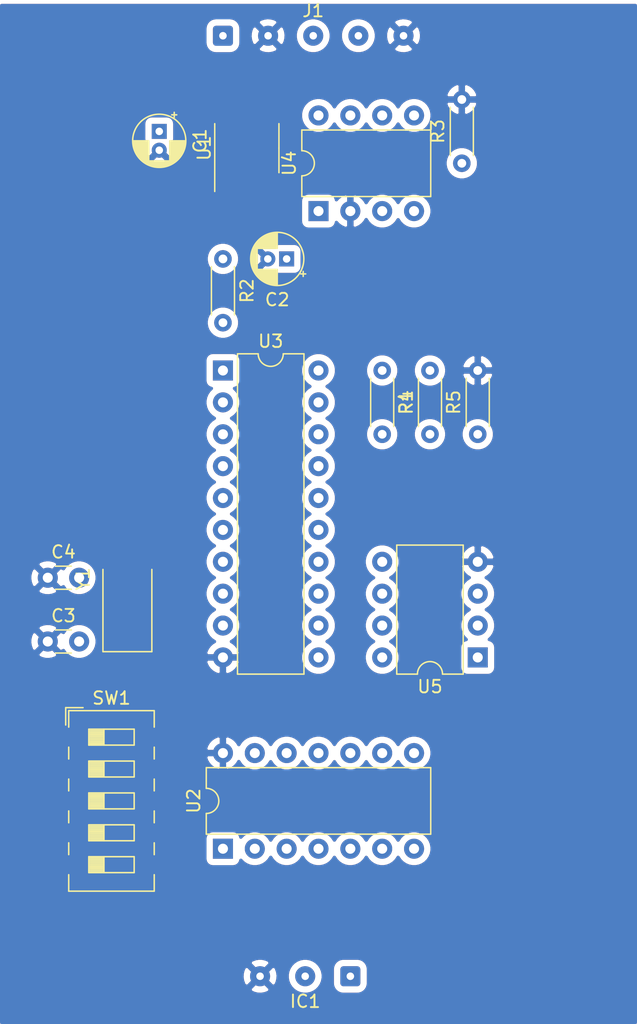
<source format=kicad_pcb>
(kicad_pcb (version 20171130) (host pcbnew "(5.1.8)-1")
  (layers (0 F.Cu signal) (31 B.Cu signal) (34 B.Paste user) (35 F.Paste user) (36 B.SilkS user) (37 F.SilkS user) (38 B.Mask user) (39 F.Mask user) (44 Edge.Cuts user))
  (net 0 "")
  (net 1 GND)
  (net 2 +12V)
  (net 3 +5V)
  (net 4 "Net-(C3-Pad2)")
  (net 5 "Net-(C4-Pad2)")
  (net 6 /Sensor_In)
  (net 7 "Net-(R1-Pad2)")
  (net 8 "Net-(R2-Pad2)")
  (net 9 "Net-(R3-Pad1)")
  (net 10 "Net-(SW1-Pad10)")
  (net 11 "Net-(SW1-Pad9)")
  (net 12 "Net-(SW1-Pad8)")
  (net 13 "Net-(SW1-Pad7)")
  (net 14 "Net-(SW1-Pad6)")
  (net 15 "Net-(U1-Pad5)")
  (net 16 "Net-(U1-Pad4)")
  (net 17 /SCK)
  (net 18 /MISO)
  (net 19 /MOSI)
  (net 20 /Interrupt)
  (net 21 /SS)
  (net 22 "Net-(U3-Pad11)")
  (net 23 "Net-(U3-Pad6)")
  (net 24 "Net-(U3-Pad5)")
  (net 25 "Net-(U3-Pad4)")
  (net 26 "Net-(U3-Pad3)")
  (net 27 "Net-(U3-Pad2)")
  (net 28 "Net-(U3-Pad1)")
  (net 29 /CANH)
  (net 30 /CANL)
  (net 31 "Net-(U4-Pad5)")
  (net 32 "Net-(U3-Pad15)")
  (net 33 "Net-(U3-Pad12)")
  (net 34 "Net-(U3-Pad7)")
  (net 35 "Net-(IC1-Pad2)")
  (net 36 "Net-(R4-Pad2)")
  (module Connector_Wire:SolderWire-0.1sqmm_1x03_P3.6mm_D0.4mm_OD1mm (layer F.Cu) (at 153.67 156.21 180)
    (fp_text reference IC1 (at 3.6 -2) (layer F.SilkS))
    (fp_text value CSLA2CD)
    (pad 3 thru_hole circle (at 7.2 0 180) (size 1.6 1.6) (drill 0.6) (layers *.Cu *.Mask) (net 1 GND))
    (pad 2 thru_hole circle (at 3.6 0 180) (size 1.6 1.6) (drill 0.6) (layers *.Cu *.Mask) (net 35 "Net-(IC1-Pad2)"))
    (pad 1 thru_hole roundrect (at 0 0 180) (size 1.6 1.6) (drill 0.6) (layers *.Cu *.Mask) (roundrect_rratio 0.15625) (net 2 +12V))
  )
  (module Package_DIP:DIP-8_W7.62mm (layer F.Cu) (at 163.83 130.81 180)
    (fp_text reference U5 (at 3.81 -2.33) (layer F.SilkS))
    (fp_text value LMC6482)
    (fp_arc (start 3.81 -1.33) (end 2.81 -1.33) (angle -180) (layer F.SilkS) (width 0.12))
    (fp_line (start 2.81 -1.33) (end 1.16 -1.33) (layer F.SilkS) (width 0.12))
    (fp_line (start 1.16 -1.33) (end 1.16 8.95) (layer F.SilkS) (width 0.12))
    (fp_line (start 1.16 8.95) (end 6.46 8.95) (layer F.SilkS) (width 0.12))
    (fp_line (start 6.46 8.95) (end 6.46 -1.33) (layer F.SilkS) (width 0.12))
    (fp_line (start 6.46 -1.33) (end 4.81 -1.33) (layer F.SilkS) (width 0.12))
    (pad 8 thru_hole oval (at 7.62 0 180) (size 1.6 1.6) (drill 0.8) (layers *.Cu *.Mask) (net 3 +5V))
    (pad 4 thru_hole oval (at 0 7.62 180) (size 1.6 1.6) (drill 0.8) (layers *.Cu *.Mask) (net 1 GND))
    (pad 7 thru_hole oval (at 7.62 2.54 180) (size 1.6 1.6) (drill 0.8) (layers *.Cu *.Mask))
    (pad 3 thru_hole oval (at 0 5.08 180) (size 1.6 1.6) (drill 0.8) (layers *.Cu *.Mask) (net 36 "Net-(R4-Pad2)"))
    (pad 6 thru_hole oval (at 7.62 5.08 180) (size 1.6 1.6) (drill 0.8) (layers *.Cu *.Mask))
    (pad 2 thru_hole oval (at 0 2.54 180) (size 1.6 1.6) (drill 0.8) (layers *.Cu *.Mask) (net 6 /Sensor_In))
    (pad 5 thru_hole oval (at 7.62 7.62 180) (size 1.6 1.6) (drill 0.8) (layers *.Cu *.Mask))
    (pad 1 thru_hole rect (at 0 0 180) (size 1.6 1.6) (drill 0.8) (layers *.Cu *.Mask) (net 6 /Sensor_In))
  )
  (module Resistor_THT:R_Axial_DIN0204_L3.6mm_D1.6mm_P5.08mm_Horizontal (layer F.Cu) (at 163.83 113.03 90)
    (fp_text reference R5 (at 2.54 -1.92 90) (layer F.SilkS))
    (fp_text value 10k)
    (fp_line (start 0.62 -0.92) (end 4.46 -0.92) (layer F.SilkS) (width 0.12))
    (fp_line (start 0.62 0.92) (end 4.46 0.92) (layer F.SilkS) (width 0.12))
    (pad 2 thru_hole oval (at 5.08 0 90) (size 1.4 1.4) (drill 0.7) (layers *.Cu *.Mask) (net 1 GND))
    (pad 1 thru_hole circle (at 0 0 90) (size 1.4 1.4) (drill 0.7) (layers *.Cu *.Mask) (net 36 "Net-(R4-Pad2)"))
  )
  (module Resistor_THT:R_Axial_DIN0204_L3.6mm_D1.6mm_P5.08mm_Horizontal (layer F.Cu) (at 160.02 113.03 90)
    (fp_text reference R4 (at 2.54 -1.92 90) (layer F.SilkS))
    (fp_text value 14k)
    (fp_line (start 0.62 -0.92) (end 4.46 -0.92) (layer F.SilkS) (width 0.12))
    (fp_line (start 0.62 0.92) (end 4.46 0.92) (layer F.SilkS) (width 0.12))
    (pad 2 thru_hole oval (at 5.08 0 90) (size 1.4 1.4) (drill 0.7) (layers *.Cu *.Mask) (net 36 "Net-(R4-Pad2)"))
    (pad 1 thru_hole circle (at 0 0 90) (size 1.4 1.4) (drill 0.7) (layers *.Cu *.Mask) (net 35 "Net-(IC1-Pad2)"))
  )
  (module Capacitor_THT:C_Disc_D3.0mm_W1.6mm_P2.50mm (layer F.Cu) (at 129.54 124.46)
    (fp_text reference C4 (at 1.25 -2.05) (layer F.SilkS))
    (fp_text value 15pF)
    (fp_line (start 0.621 -0.92) (end 1.879 -0.92) (layer F.SilkS) (width 0.12))
    (fp_line (start 0.621 0.92) (end 1.879 0.92) (layer F.SilkS) (width 0.12))
    (pad 2 thru_hole circle (at 2.5 0) (size 1.6 1.6) (drill 0.8) (layers *.Cu *.Mask) (net 5 "Net-(C4-Pad2)"))
    (pad 1 thru_hole circle (at 0 0) (size 1.6 1.6) (drill 0.8) (layers *.Cu *.Mask) (net 1 GND))
  )
  (module Capacitor_THT:C_Disc_D3.0mm_W1.6mm_P2.50mm (layer F.Cu) (at 129.54 129.54)
    (fp_text reference C3 (at 1.25 -2.05) (layer F.SilkS))
    (fp_text value 15pF)
    (fp_line (start 0.621 -0.92) (end 1.879 -0.92) (layer F.SilkS) (width 0.12))
    (fp_line (start 0.621 0.92) (end 1.879 0.92) (layer F.SilkS) (width 0.12))
    (pad 2 thru_hole circle (at 2.5 0) (size 1.6 1.6) (drill 0.8) (layers *.Cu *.Mask) (net 4 "Net-(C3-Pad2)"))
    (pad 1 thru_hole circle (at 0 0) (size 1.6 1.6) (drill 0.8) (layers *.Cu *.Mask) (net 1 GND))
  )
  (module Capacitor_THT:CP_Radial_D4.0mm_P1.50mm (layer F.Cu) (at 148.59 99.06 180)
    (fp_text reference C2 (at 0.75 -3.25) (layer F.SilkS))
    (fp_text value 0.1µF)
    (fp_line (start -1.319801 -1.395) (end -1.319801 -0.995) (layer F.SilkS) (width 0.12))
    (fp_line (start -1.519801 -1.195) (end -1.119801 -1.195) (layer F.SilkS) (width 0.12))
    (fp_line (start 2.831 -0.37) (end 2.831 0.37) (layer F.SilkS) (width 0.12))
    (fp_line (start 2.791 -0.537) (end 2.791 0.537) (layer F.SilkS) (width 0.12))
    (fp_line (start 2.751 -0.664) (end 2.751 0.664) (layer F.SilkS) (width 0.12))
    (fp_line (start 2.711 -0.768) (end 2.711 0.768) (layer F.SilkS) (width 0.12))
    (fp_line (start 2.671 -0.859) (end 2.671 0.859) (layer F.SilkS) (width 0.12))
    (fp_line (start 2.631 -0.94) (end 2.631 0.94) (layer F.SilkS) (width 0.12))
    (fp_line (start 2.591 -1.013) (end 2.591 1.013) (layer F.SilkS) (width 0.12))
    (fp_line (start 2.551 -1.08) (end 2.551 1.08) (layer F.SilkS) (width 0.12))
    (fp_line (start 2.511 -1.142) (end 2.511 1.142) (layer F.SilkS) (width 0.12))
    (fp_line (start 2.471 -1.2) (end 2.471 1.2) (layer F.SilkS) (width 0.12))
    (fp_line (start 2.431 -1.254) (end 2.431 1.254) (layer F.SilkS) (width 0.12))
    (fp_line (start 2.391 -1.304) (end 2.391 1.304) (layer F.SilkS) (width 0.12))
    (fp_line (start 2.351 -1.351) (end 2.351 1.351) (layer F.SilkS) (width 0.12))
    (fp_line (start 2.311 0.84) (end 2.311 1.396) (layer F.SilkS) (width 0.12))
    (fp_line (start 2.311 -1.396) (end 2.311 -0.84) (layer F.SilkS) (width 0.12))
    (fp_line (start 2.271 0.84) (end 2.271 1.438) (layer F.SilkS) (width 0.12))
    (fp_line (start 2.271 -1.438) (end 2.271 -0.84) (layer F.SilkS) (width 0.12))
    (fp_line (start 2.231 0.84) (end 2.231 1.478) (layer F.SilkS) (width 0.12))
    (fp_line (start 2.231 -1.478) (end 2.231 -0.84) (layer F.SilkS) (width 0.12))
    (fp_line (start 2.191 0.84) (end 2.191 1.516) (layer F.SilkS) (width 0.12))
    (fp_line (start 2.191 -1.516) (end 2.191 -0.84) (layer F.SilkS) (width 0.12))
    (fp_line (start 2.151 0.84) (end 2.151 1.552) (layer F.SilkS) (width 0.12))
    (fp_line (start 2.151 -1.552) (end 2.151 -0.84) (layer F.SilkS) (width 0.12))
    (fp_line (start 2.111 0.84) (end 2.111 1.587) (layer F.SilkS) (width 0.12))
    (fp_line (start 2.111 -1.587) (end 2.111 -0.84) (layer F.SilkS) (width 0.12))
    (fp_line (start 2.071 0.84) (end 2.071 1.619) (layer F.SilkS) (width 0.12))
    (fp_line (start 2.071 -1.619) (end 2.071 -0.84) (layer F.SilkS) (width 0.12))
    (fp_line (start 2.031 0.84) (end 2.031 1.65) (layer F.SilkS) (width 0.12))
    (fp_line (start 2.031 -1.65) (end 2.031 -0.84) (layer F.SilkS) (width 0.12))
    (fp_line (start 1.991 0.84) (end 1.991 1.68) (layer F.SilkS) (width 0.12))
    (fp_line (start 1.991 -1.68) (end 1.991 -0.84) (layer F.SilkS) (width 0.12))
    (fp_line (start 1.951 0.84) (end 1.951 1.708) (layer F.SilkS) (width 0.12))
    (fp_line (start 1.951 -1.708) (end 1.951 -0.84) (layer F.SilkS) (width 0.12))
    (fp_line (start 1.911 0.84) (end 1.911 1.735) (layer F.SilkS) (width 0.12))
    (fp_line (start 1.911 -1.735) (end 1.911 -0.84) (layer F.SilkS) (width 0.12))
    (fp_line (start 1.871 0.84) (end 1.871 1.76) (layer F.SilkS) (width 0.12))
    (fp_line (start 1.871 -1.76) (end 1.871 -0.84) (layer F.SilkS) (width 0.12))
    (fp_line (start 1.831 0.84) (end 1.831 1.785) (layer F.SilkS) (width 0.12))
    (fp_line (start 1.831 -1.785) (end 1.831 -0.84) (layer F.SilkS) (width 0.12))
    (fp_line (start 1.791 0.84) (end 1.791 1.808) (layer F.SilkS) (width 0.12))
    (fp_line (start 1.791 -1.808) (end 1.791 -0.84) (layer F.SilkS) (width 0.12))
    (fp_line (start 1.751 0.84) (end 1.751 1.83) (layer F.SilkS) (width 0.12))
    (fp_line (start 1.751 -1.83) (end 1.751 -0.84) (layer F.SilkS) (width 0.12))
    (fp_line (start 1.711 0.84) (end 1.711 1.851) (layer F.SilkS) (width 0.12))
    (fp_line (start 1.711 -1.851) (end 1.711 -0.84) (layer F.SilkS) (width 0.12))
    (fp_line (start 1.671 0.84) (end 1.671 1.87) (layer F.SilkS) (width 0.12))
    (fp_line (start 1.671 -1.87) (end 1.671 -0.84) (layer F.SilkS) (width 0.12))
    (fp_line (start 1.631 0.84) (end 1.631 1.889) (layer F.SilkS) (width 0.12))
    (fp_line (start 1.631 -1.889) (end 1.631 -0.84) (layer F.SilkS) (width 0.12))
    (fp_line (start 1.591 0.84) (end 1.591 1.907) (layer F.SilkS) (width 0.12))
    (fp_line (start 1.591 -1.907) (end 1.591 -0.84) (layer F.SilkS) (width 0.12))
    (fp_line (start 1.551 0.84) (end 1.551 1.924) (layer F.SilkS) (width 0.12))
    (fp_line (start 1.551 -1.924) (end 1.551 -0.84) (layer F.SilkS) (width 0.12))
    (fp_line (start 1.511 0.84) (end 1.511 1.94) (layer F.SilkS) (width 0.12))
    (fp_line (start 1.511 -1.94) (end 1.511 -0.84) (layer F.SilkS) (width 0.12))
    (fp_line (start 1.471 0.84) (end 1.471 1.954) (layer F.SilkS) (width 0.12))
    (fp_line (start 1.471 -1.954) (end 1.471 -0.84) (layer F.SilkS) (width 0.12))
    (fp_line (start 1.43 0.84) (end 1.43 1.968) (layer F.SilkS) (width 0.12))
    (fp_line (start 1.43 -1.968) (end 1.43 -0.84) (layer F.SilkS) (width 0.12))
    (fp_line (start 1.39 0.84) (end 1.39 1.982) (layer F.SilkS) (width 0.12))
    (fp_line (start 1.39 -1.982) (end 1.39 -0.84) (layer F.SilkS) (width 0.12))
    (fp_line (start 1.35 0.84) (end 1.35 1.994) (layer F.SilkS) (width 0.12))
    (fp_line (start 1.35 -1.994) (end 1.35 -0.84) (layer F.SilkS) (width 0.12))
    (fp_line (start 1.31 0.84) (end 1.31 2.005) (layer F.SilkS) (width 0.12))
    (fp_line (start 1.31 -2.005) (end 1.31 -0.84) (layer F.SilkS) (width 0.12))
    (fp_line (start 1.27 0.84) (end 1.27 2.016) (layer F.SilkS) (width 0.12))
    (fp_line (start 1.27 -2.016) (end 1.27 -0.84) (layer F.SilkS) (width 0.12))
    (fp_line (start 1.23 0.84) (end 1.23 2.025) (layer F.SilkS) (width 0.12))
    (fp_line (start 1.23 -2.025) (end 1.23 -0.84) (layer F.SilkS) (width 0.12))
    (fp_line (start 1.19 0.84) (end 1.19 2.034) (layer F.SilkS) (width 0.12))
    (fp_line (start 1.19 -2.034) (end 1.19 -0.84) (layer F.SilkS) (width 0.12))
    (fp_line (start 1.15 0.84) (end 1.15 2.042) (layer F.SilkS) (width 0.12))
    (fp_line (start 1.15 -2.042) (end 1.15 -0.84) (layer F.SilkS) (width 0.12))
    (fp_line (start 1.11 0.84) (end 1.11 2.05) (layer F.SilkS) (width 0.12))
    (fp_line (start 1.11 -2.05) (end 1.11 -0.84) (layer F.SilkS) (width 0.12))
    (fp_line (start 1.07 0.84) (end 1.07 2.056) (layer F.SilkS) (width 0.12))
    (fp_line (start 1.07 -2.056) (end 1.07 -0.84) (layer F.SilkS) (width 0.12))
    (fp_line (start 1.03 0.84) (end 1.03 2.062) (layer F.SilkS) (width 0.12))
    (fp_line (start 1.03 -2.062) (end 1.03 -0.84) (layer F.SilkS) (width 0.12))
    (fp_line (start 0.99 0.84) (end 0.99 2.067) (layer F.SilkS) (width 0.12))
    (fp_line (start 0.99 -2.067) (end 0.99 -0.84) (layer F.SilkS) (width 0.12))
    (fp_line (start 0.95 0.84) (end 0.95 2.071) (layer F.SilkS) (width 0.12))
    (fp_line (start 0.95 -2.071) (end 0.95 -0.84) (layer F.SilkS) (width 0.12))
    (fp_line (start 0.91 0.84) (end 0.91 2.074) (layer F.SilkS) (width 0.12))
    (fp_line (start 0.91 -2.074) (end 0.91 -0.84) (layer F.SilkS) (width 0.12))
    (fp_line (start 0.87 0.84) (end 0.87 2.077) (layer F.SilkS) (width 0.12))
    (fp_line (start 0.87 -2.077) (end 0.87 -0.84) (layer F.SilkS) (width 0.12))
    (fp_line (start 0.83 -2.079) (end 0.83 -0.84) (layer F.SilkS) (width 0.12))
    (fp_line (start 0.83 0.84) (end 0.83 2.079) (layer F.SilkS) (width 0.12))
    (fp_line (start 0.79 -2.08) (end 0.79 -0.84) (layer F.SilkS) (width 0.12))
    (fp_line (start 0.79 0.84) (end 0.79 2.08) (layer F.SilkS) (width 0.12))
    (fp_line (start 0.75 -2.08) (end 0.75 -0.84) (layer F.SilkS) (width 0.12))
    (fp_line (start 0.75 0.84) (end 0.75 2.08) (layer F.SilkS) (width 0.12))
    (fp_circle (center 0.75 0) (end 2.87 0) (layer F.SilkS) (width 0.12))
    (pad 1 thru_hole rect (at 0 0 180) (size 1.2 1.2) (drill 0.6) (layers *.Cu *.Mask) (net 3 +5V))
    (pad 2 thru_hole circle (at 1.5 0 180) (size 1.2 1.2) (drill 0.6) (layers *.Cu *.Mask) (net 1 GND))
  )
  (module Capacitor_THT:CP_Radial_D4.0mm_P1.50mm (layer F.Cu) (at 138.43 88.9 270)
    (fp_text reference C1 (at 0.75 -3.25 90) (layer F.SilkS))
    (fp_text value 0.33µF)
    (fp_line (start -1.319801 -1.395) (end -1.319801 -0.995) (layer F.SilkS) (width 0.12))
    (fp_line (start -1.519801 -1.195) (end -1.119801 -1.195) (layer F.SilkS) (width 0.12))
    (fp_line (start 2.831 -0.37) (end 2.831 0.37) (layer F.SilkS) (width 0.12))
    (fp_line (start 2.791 -0.537) (end 2.791 0.537) (layer F.SilkS) (width 0.12))
    (fp_line (start 2.751 -0.664) (end 2.751 0.664) (layer F.SilkS) (width 0.12))
    (fp_line (start 2.711 -0.768) (end 2.711 0.768) (layer F.SilkS) (width 0.12))
    (fp_line (start 2.671 -0.859) (end 2.671 0.859) (layer F.SilkS) (width 0.12))
    (fp_line (start 2.631 -0.94) (end 2.631 0.94) (layer F.SilkS) (width 0.12))
    (fp_line (start 2.591 -1.013) (end 2.591 1.013) (layer F.SilkS) (width 0.12))
    (fp_line (start 2.551 -1.08) (end 2.551 1.08) (layer F.SilkS) (width 0.12))
    (fp_line (start 2.511 -1.142) (end 2.511 1.142) (layer F.SilkS) (width 0.12))
    (fp_line (start 2.471 -1.2) (end 2.471 1.2) (layer F.SilkS) (width 0.12))
    (fp_line (start 2.431 -1.254) (end 2.431 1.254) (layer F.SilkS) (width 0.12))
    (fp_line (start 2.391 -1.304) (end 2.391 1.304) (layer F.SilkS) (width 0.12))
    (fp_line (start 2.351 -1.351) (end 2.351 1.351) (layer F.SilkS) (width 0.12))
    (fp_line (start 2.311 0.84) (end 2.311 1.396) (layer F.SilkS) (width 0.12))
    (fp_line (start 2.311 -1.396) (end 2.311 -0.84) (layer F.SilkS) (width 0.12))
    (fp_line (start 2.271 0.84) (end 2.271 1.438) (layer F.SilkS) (width 0.12))
    (fp_line (start 2.271 -1.438) (end 2.271 -0.84) (layer F.SilkS) (width 0.12))
    (fp_line (start 2.231 0.84) (end 2.231 1.478) (layer F.SilkS) (width 0.12))
    (fp_line (start 2.231 -1.478) (end 2.231 -0.84) (layer F.SilkS) (width 0.12))
    (fp_line (start 2.191 0.84) (end 2.191 1.516) (layer F.SilkS) (width 0.12))
    (fp_line (start 2.191 -1.516) (end 2.191 -0.84) (layer F.SilkS) (width 0.12))
    (fp_line (start 2.151 0.84) (end 2.151 1.552) (layer F.SilkS) (width 0.12))
    (fp_line (start 2.151 -1.552) (end 2.151 -0.84) (layer F.SilkS) (width 0.12))
    (fp_line (start 2.111 0.84) (end 2.111 1.587) (layer F.SilkS) (width 0.12))
    (fp_line (start 2.111 -1.587) (end 2.111 -0.84) (layer F.SilkS) (width 0.12))
    (fp_line (start 2.071 0.84) (end 2.071 1.619) (layer F.SilkS) (width 0.12))
    (fp_line (start 2.071 -1.619) (end 2.071 -0.84) (layer F.SilkS) (width 0.12))
    (fp_line (start 2.031 0.84) (end 2.031 1.65) (layer F.SilkS) (width 0.12))
    (fp_line (start 2.031 -1.65) (end 2.031 -0.84) (layer F.SilkS) (width 0.12))
    (fp_line (start 1.991 0.84) (end 1.991 1.68) (layer F.SilkS) (width 0.12))
    (fp_line (start 1.991 -1.68) (end 1.991 -0.84) (layer F.SilkS) (width 0.12))
    (fp_line (start 1.951 0.84) (end 1.951 1.708) (layer F.SilkS) (width 0.12))
    (fp_line (start 1.951 -1.708) (end 1.951 -0.84) (layer F.SilkS) (width 0.12))
    (fp_line (start 1.911 0.84) (end 1.911 1.735) (layer F.SilkS) (width 0.12))
    (fp_line (start 1.911 -1.735) (end 1.911 -0.84) (layer F.SilkS) (width 0.12))
    (fp_line (start 1.871 0.84) (end 1.871 1.76) (layer F.SilkS) (width 0.12))
    (fp_line (start 1.871 -1.76) (end 1.871 -0.84) (layer F.SilkS) (width 0.12))
    (fp_line (start 1.831 0.84) (end 1.831 1.785) (layer F.SilkS) (width 0.12))
    (fp_line (start 1.831 -1.785) (end 1.831 -0.84) (layer F.SilkS) (width 0.12))
    (fp_line (start 1.791 0.84) (end 1.791 1.808) (layer F.SilkS) (width 0.12))
    (fp_line (start 1.791 -1.808) (end 1.791 -0.84) (layer F.SilkS) (width 0.12))
    (fp_line (start 1.751 0.84) (end 1.751 1.83) (layer F.SilkS) (width 0.12))
    (fp_line (start 1.751 -1.83) (end 1.751 -0.84) (layer F.SilkS) (width 0.12))
    (fp_line (start 1.711 0.84) (end 1.711 1.851) (layer F.SilkS) (width 0.12))
    (fp_line (start 1.711 -1.851) (end 1.711 -0.84) (layer F.SilkS) (width 0.12))
    (fp_line (start 1.671 0.84) (end 1.671 1.87) (layer F.SilkS) (width 0.12))
    (fp_line (start 1.671 -1.87) (end 1.671 -0.84) (layer F.SilkS) (width 0.12))
    (fp_line (start 1.631 0.84) (end 1.631 1.889) (layer F.SilkS) (width 0.12))
    (fp_line (start 1.631 -1.889) (end 1.631 -0.84) (layer F.SilkS) (width 0.12))
    (fp_line (start 1.591 0.84) (end 1.591 1.907) (layer F.SilkS) (width 0.12))
    (fp_line (start 1.591 -1.907) (end 1.591 -0.84) (layer F.SilkS) (width 0.12))
    (fp_line (start 1.551 0.84) (end 1.551 1.924) (layer F.SilkS) (width 0.12))
    (fp_line (start 1.551 -1.924) (end 1.551 -0.84) (layer F.SilkS) (width 0.12))
    (fp_line (start 1.511 0.84) (end 1.511 1.94) (layer F.SilkS) (width 0.12))
    (fp_line (start 1.511 -1.94) (end 1.511 -0.84) (layer F.SilkS) (width 0.12))
    (fp_line (start 1.471 0.84) (end 1.471 1.954) (layer F.SilkS) (width 0.12))
    (fp_line (start 1.471 -1.954) (end 1.471 -0.84) (layer F.SilkS) (width 0.12))
    (fp_line (start 1.43 0.84) (end 1.43 1.968) (layer F.SilkS) (width 0.12))
    (fp_line (start 1.43 -1.968) (end 1.43 -0.84) (layer F.SilkS) (width 0.12))
    (fp_line (start 1.39 0.84) (end 1.39 1.982) (layer F.SilkS) (width 0.12))
    (fp_line (start 1.39 -1.982) (end 1.39 -0.84) (layer F.SilkS) (width 0.12))
    (fp_line (start 1.35 0.84) (end 1.35 1.994) (layer F.SilkS) (width 0.12))
    (fp_line (start 1.35 -1.994) (end 1.35 -0.84) (layer F.SilkS) (width 0.12))
    (fp_line (start 1.31 0.84) (end 1.31 2.005) (layer F.SilkS) (width 0.12))
    (fp_line (start 1.31 -2.005) (end 1.31 -0.84) (layer F.SilkS) (width 0.12))
    (fp_line (start 1.27 0.84) (end 1.27 2.016) (layer F.SilkS) (width 0.12))
    (fp_line (start 1.27 -2.016) (end 1.27 -0.84) (layer F.SilkS) (width 0.12))
    (fp_line (start 1.23 0.84) (end 1.23 2.025) (layer F.SilkS) (width 0.12))
    (fp_line (start 1.23 -2.025) (end 1.23 -0.84) (layer F.SilkS) (width 0.12))
    (fp_line (start 1.19 0.84) (end 1.19 2.034) (layer F.SilkS) (width 0.12))
    (fp_line (start 1.19 -2.034) (end 1.19 -0.84) (layer F.SilkS) (width 0.12))
    (fp_line (start 1.15 0.84) (end 1.15 2.042) (layer F.SilkS) (width 0.12))
    (fp_line (start 1.15 -2.042) (end 1.15 -0.84) (layer F.SilkS) (width 0.12))
    (fp_line (start 1.11 0.84) (end 1.11 2.05) (layer F.SilkS) (width 0.12))
    (fp_line (start 1.11 -2.05) (end 1.11 -0.84) (layer F.SilkS) (width 0.12))
    (fp_line (start 1.07 0.84) (end 1.07 2.056) (layer F.SilkS) (width 0.12))
    (fp_line (start 1.07 -2.056) (end 1.07 -0.84) (layer F.SilkS) (width 0.12))
    (fp_line (start 1.03 0.84) (end 1.03 2.062) (layer F.SilkS) (width 0.12))
    (fp_line (start 1.03 -2.062) (end 1.03 -0.84) (layer F.SilkS) (width 0.12))
    (fp_line (start 0.99 0.84) (end 0.99 2.067) (layer F.SilkS) (width 0.12))
    (fp_line (start 0.99 -2.067) (end 0.99 -0.84) (layer F.SilkS) (width 0.12))
    (fp_line (start 0.95 0.84) (end 0.95 2.071) (layer F.SilkS) (width 0.12))
    (fp_line (start 0.95 -2.071) (end 0.95 -0.84) (layer F.SilkS) (width 0.12))
    (fp_line (start 0.91 0.84) (end 0.91 2.074) (layer F.SilkS) (width 0.12))
    (fp_line (start 0.91 -2.074) (end 0.91 -0.84) (layer F.SilkS) (width 0.12))
    (fp_line (start 0.87 0.84) (end 0.87 2.077) (layer F.SilkS) (width 0.12))
    (fp_line (start 0.87 -2.077) (end 0.87 -0.84) (layer F.SilkS) (width 0.12))
    (fp_line (start 0.83 -2.079) (end 0.83 -0.84) (layer F.SilkS) (width 0.12))
    (fp_line (start 0.83 0.84) (end 0.83 2.079) (layer F.SilkS) (width 0.12))
    (fp_line (start 0.79 -2.08) (end 0.79 -0.84) (layer F.SilkS) (width 0.12))
    (fp_line (start 0.79 0.84) (end 0.79 2.08) (layer F.SilkS) (width 0.12))
    (fp_line (start 0.75 -2.08) (end 0.75 -0.84) (layer F.SilkS) (width 0.12))
    (fp_line (start 0.75 0.84) (end 0.75 2.08) (layer F.SilkS) (width 0.12))
    (fp_circle (center 0.75 0) (end 2.87 0) (layer F.SilkS) (width 0.12))
    (pad 1 thru_hole rect (at 0 0 270) (size 1.2 1.2) (drill 0.6) (layers *.Cu *.Mask) (net 2 +12V))
    (pad 2 thru_hole circle (at 1.5 0 270) (size 1.2 1.2) (drill 0.6) (layers *.Cu *.Mask) (net 1 GND))
  )
  (module Package_DIP:DIP-20_W7.62mm (layer F.Cu) (at 143.51 107.95)
    (fp_text reference U3 (at 3.81 -2.33) (layer F.SilkS))
    (fp_text value MCP2515-xSO)
    (fp_line (start 6.46 -1.33) (end 4.81 -1.33) (layer F.SilkS) (width 0.12))
    (fp_line (start 6.46 24.19) (end 6.46 -1.33) (layer F.SilkS) (width 0.12))
    (fp_line (start 1.16 24.19) (end 6.46 24.19) (layer F.SilkS) (width 0.12))
    (fp_line (start 1.16 -1.33) (end 1.16 24.19) (layer F.SilkS) (width 0.12))
    (fp_line (start 2.81 -1.33) (end 1.16 -1.33) (layer F.SilkS) (width 0.12))
    (fp_arc (start 3.81 -1.33) (end 2.81 -1.33) (angle -180) (layer F.SilkS) (width 0.12))
    (pad 20 thru_hole oval (at 7.62 0) (size 1.6 1.6) (drill 0.8) (layers *.Cu *.Mask) (net 3 +5V))
    (pad 10 thru_hole oval (at 0 22.86) (size 1.6 1.6) (drill 0.8) (layers *.Cu *.Mask) (net 1 GND))
    (pad 19 thru_hole oval (at 7.62 2.54) (size 1.6 1.6) (drill 0.8) (layers *.Cu *.Mask) (net 8 "Net-(R2-Pad2)"))
    (pad 9 thru_hole oval (at 0 20.32) (size 1.6 1.6) (drill 0.8) (layers *.Cu *.Mask) (net 4 "Net-(C3-Pad2)"))
    (pad 18 thru_hole oval (at 7.62 5.08) (size 1.6 1.6) (drill 0.8) (layers *.Cu *.Mask) (net 21 /SS))
    (pad 8 thru_hole oval (at 0 17.78) (size 1.6 1.6) (drill 0.8) (layers *.Cu *.Mask) (net 5 "Net-(C4-Pad2)"))
    (pad 17 thru_hole oval (at 7.62 7.62) (size 1.6 1.6) (drill 0.8) (layers *.Cu *.Mask) (net 19 /MOSI))
    (pad 7 thru_hole oval (at 0 15.24) (size 1.6 1.6) (drill 0.8) (layers *.Cu *.Mask) (net 34 "Net-(U3-Pad7)"))
    (pad 16 thru_hole oval (at 7.62 10.16) (size 1.6 1.6) (drill 0.8) (layers *.Cu *.Mask) (net 18 /MISO))
    (pad 6 thru_hole oval (at 0 12.7) (size 1.6 1.6) (drill 0.8) (layers *.Cu *.Mask) (net 23 "Net-(U3-Pad6)"))
    (pad 15 thru_hole oval (at 7.62 12.7) (size 1.6 1.6) (drill 0.8) (layers *.Cu *.Mask) (net 32 "Net-(U3-Pad15)"))
    (pad 5 thru_hole oval (at 0 10.16) (size 1.6 1.6) (drill 0.8) (layers *.Cu *.Mask) (net 24 "Net-(U3-Pad5)"))
    (pad 14 thru_hole oval (at 7.62 15.24) (size 1.6 1.6) (drill 0.8) (layers *.Cu *.Mask) (net 17 /SCK))
    (pad 4 thru_hole oval (at 0 7.62) (size 1.6 1.6) (drill 0.8) (layers *.Cu *.Mask) (net 25 "Net-(U3-Pad4)"))
    (pad 13 thru_hole oval (at 7.62 17.78) (size 1.6 1.6) (drill 0.8) (layers *.Cu *.Mask) (net 20 /Interrupt))
    (pad 3 thru_hole oval (at 0 5.08) (size 1.6 1.6) (drill 0.8) (layers *.Cu *.Mask) (net 26 "Net-(U3-Pad3)"))
    (pad 12 thru_hole oval (at 7.62 20.32) (size 1.6 1.6) (drill 0.8) (layers *.Cu *.Mask) (net 33 "Net-(U3-Pad12)"))
    (pad 2 thru_hole oval (at 0 2.54) (size 1.6 1.6) (drill 0.8) (layers *.Cu *.Mask) (net 27 "Net-(U3-Pad2)"))
    (pad 11 thru_hole oval (at 7.62 22.86) (size 1.6 1.6) (drill 0.8) (layers *.Cu *.Mask) (net 22 "Net-(U3-Pad11)"))
    (pad 1 thru_hole rect (at 0 0) (size 1.6 1.6) (drill 0.8) (layers *.Cu *.Mask) (net 28 "Net-(U3-Pad1)"))
  )
  (module Package_DIP:DIP-14_W7.62mm (layer F.Cu) (at 143.51 146.05 90)
    (fp_text reference U2 (at 3.81 -2.33 90) (layer F.SilkS))
    (fp_text value ATtiny1614-SS)
    (fp_line (start 6.46 -1.33) (end 4.81 -1.33) (layer F.SilkS) (width 0.12))
    (fp_line (start 6.46 16.57) (end 6.46 -1.33) (layer F.SilkS) (width 0.12))
    (fp_line (start 1.16 16.57) (end 6.46 16.57) (layer F.SilkS) (width 0.12))
    (fp_line (start 1.16 -1.33) (end 1.16 16.57) (layer F.SilkS) (width 0.12))
    (fp_line (start 2.81 -1.33) (end 1.16 -1.33) (layer F.SilkS) (width 0.12))
    (fp_arc (start 3.81 -1.33) (end 2.81 -1.33) (angle -180) (layer F.SilkS) (width 0.12))
    (pad 14 thru_hole oval (at 7.62 0 90) (size 1.6 1.6) (drill 0.8) (layers *.Cu *.Mask) (net 1 GND))
    (pad 7 thru_hole oval (at 0 15.24 90) (size 1.6 1.6) (drill 0.8) (layers *.Cu *.Mask) (net 12 "Net-(SW1-Pad8)"))
    (pad 13 thru_hole oval (at 7.62 2.54 90) (size 1.6 1.6) (drill 0.8) (layers *.Cu *.Mask) (net 17 /SCK))
    (pad 6 thru_hole oval (at 0 12.7 90) (size 1.6 1.6) (drill 0.8) (layers *.Cu *.Mask) (net 13 "Net-(SW1-Pad7)"))
    (pad 12 thru_hole oval (at 7.62 5.08 90) (size 1.6 1.6) (drill 0.8) (layers *.Cu *.Mask) (net 18 /MISO))
    (pad 5 thru_hole oval (at 0 10.16 90) (size 1.6 1.6) (drill 0.8) (layers *.Cu *.Mask) (net 20 /Interrupt))
    (pad 11 thru_hole oval (at 7.62 7.62 90) (size 1.6 1.6) (drill 0.8) (layers *.Cu *.Mask) (net 19 /MOSI))
    (pad 4 thru_hole oval (at 0 7.62 90) (size 1.6 1.6) (drill 0.8) (layers *.Cu *.Mask) (net 14 "Net-(SW1-Pad6)"))
    (pad 10 thru_hole oval (at 7.62 10.16 90) (size 1.6 1.6) (drill 0.8) (layers *.Cu *.Mask) (net 7 "Net-(R1-Pad2)"))
    (pad 3 thru_hole oval (at 0 5.08 90) (size 1.6 1.6) (drill 0.8) (layers *.Cu *.Mask) (net 6 /Sensor_In))
    (pad 9 thru_hole oval (at 7.62 12.7 90) (size 1.6 1.6) (drill 0.8) (layers *.Cu *.Mask) (net 10 "Net-(SW1-Pad10)"))
    (pad 2 thru_hole oval (at 0 2.54 90) (size 1.6 1.6) (drill 0.8) (layers *.Cu *.Mask) (net 21 /SS))
    (pad 8 thru_hole oval (at 7.62 15.24 90) (size 1.6 1.6) (drill 0.8) (layers *.Cu *.Mask) (net 11 "Net-(SW1-Pad9)"))
    (pad 1 thru_hole rect (at 0 0 90) (size 1.6 1.6) (drill 0.8) (layers *.Cu *.Mask) (net 3 +5V))
  )
  (module Crystal:Crystal_SMD_0603-2Pin_6.0x3.5mm (layer F.Cu) (at 135.89 127 90)
    (fp_text reference Y1 (at 2.44 -3.525 90) (layer F.SilkS))
    (fp_text value 20MHz)
    (fp_line (start -3.35 1.95) (end 3.2 1.95) (layer F.SilkS) (width 0.12))
    (fp_line (start -3.35 -1.95) (end -3.35 1.95) (layer F.SilkS) (width 0.12))
    (fp_line (start 3.2 -1.95) (end -3.35 -1.95) (layer F.SilkS) (width 0.12))
    (pad 2 smd rect (at 2.2 0 90) (size 1.9 2.5) (layers F.Cu F.Paste F.Mask) (net 5 "Net-(C4-Pad2)"))
    (pad 1 smd rect (at -2.2 0 90) (size 1.9 2.5) (layers F.Cu F.Paste F.Mask) (net 4 "Net-(C3-Pad2)"))
  )
  (module Connector_Wire:SolderWire-0.1sqmm_1x05_P3.6mm_D0.4mm_OD1mm (layer F.Cu) (at 143.51 81.28)
    (fp_text reference J1 (at 7.2 -2) (layer F.SilkS))
    (fp_text value Conn_01x05)
    (pad 5 thru_hole circle (at 14.4 0) (size 1.6 1.6) (drill 0.6) (layers *.Cu *.Mask) (net 1 GND))
    (pad 4 thru_hole circle (at 10.8 0) (size 1.6 1.6) (drill 0.6) (layers *.Cu *.Mask) (net 30 /CANL))
    (pad 3 thru_hole circle (at 7.2 0) (size 1.6 1.6) (drill 0.6) (layers *.Cu *.Mask) (net 29 /CANH))
    (pad 2 thru_hole circle (at 3.6 0) (size 1.6 1.6) (drill 0.6) (layers *.Cu *.Mask) (net 1 GND))
    (pad 1 thru_hole roundrect (at 0 0) (size 1.6 1.6) (drill 0.6) (layers *.Cu *.Mask) (roundrect_rratio 0.15625) (net 2 +12V))
  )
  (module Package_DIP:DIP-8_W7.62mm (layer F.Cu) (at 151.13 95.25 90)
    (fp_text reference U4 (at 3.81 -2.33 90) (layer F.SilkS))
    (fp_text value MCP2551-I-P)
    (fp_arc (start 3.81 -1.33) (end 2.81 -1.33) (angle -180) (layer F.SilkS) (width 0.12))
    (fp_line (start 2.81 -1.33) (end 1.16 -1.33) (layer F.SilkS) (width 0.12))
    (fp_line (start 1.16 -1.33) (end 1.16 8.95) (layer F.SilkS) (width 0.12))
    (fp_line (start 1.16 8.95) (end 6.46 8.95) (layer F.SilkS) (width 0.12))
    (fp_line (start 6.46 8.95) (end 6.46 -1.33) (layer F.SilkS) (width 0.12))
    (fp_line (start 6.46 -1.33) (end 4.81 -1.33) (layer F.SilkS) (width 0.12))
    (pad 1 thru_hole rect (at 0 0 90) (size 1.6 1.6) (drill 0.8) (layers *.Cu *.Mask) (net 28 "Net-(U3-Pad1)"))
    (pad 5 thru_hole oval (at 7.62 7.62 90) (size 1.6 1.6) (drill 0.8) (layers *.Cu *.Mask) (net 31 "Net-(U4-Pad5)"))
    (pad 2 thru_hole oval (at 0 2.54 90) (size 1.6 1.6) (drill 0.8) (layers *.Cu *.Mask) (net 1 GND))
    (pad 6 thru_hole oval (at 7.62 5.08 90) (size 1.6 1.6) (drill 0.8) (layers *.Cu *.Mask) (net 30 /CANL))
    (pad 3 thru_hole oval (at 0 5.08 90) (size 1.6 1.6) (drill 0.8) (layers *.Cu *.Mask) (net 3 +5V))
    (pad 7 thru_hole oval (at 7.62 2.54 90) (size 1.6 1.6) (drill 0.8) (layers *.Cu *.Mask) (net 29 /CANH))
    (pad 4 thru_hole oval (at 0 7.62 90) (size 1.6 1.6) (drill 0.8) (layers *.Cu *.Mask) (net 27 "Net-(U3-Pad2)"))
    (pad 8 thru_hole oval (at 7.62 0 90) (size 1.6 1.6) (drill 0.8) (layers *.Cu *.Mask) (net 9 "Net-(R3-Pad1)"))
  )
  (module Package_SO:SOIC-8_3.9x4.9mm_P1.27mm (layer F.Cu) (at 145.415 90.235 90)
    (fp_text reference U1 (at 0 -3.4 90) (layer F.SilkS))
    (fp_text value L78L05_SO8)
    (fp_line (start 0 2.56) (end 1.95 2.56) (layer F.SilkS) (width 0.12))
    (fp_line (start 0 2.56) (end -1.95 2.56) (layer F.SilkS) (width 0.12))
    (fp_line (start 0 -2.56) (end 1.95 -2.56) (layer F.SilkS) (width 0.12))
    (fp_line (start 0 -2.56) (end -3.45 -2.56) (layer F.SilkS) (width 0.12))
    (pad 1 smd roundrect (at -2.475 -1.905 90) (size 1.95 0.6) (layers F.Cu F.Paste F.Mask) (net 3 +5V))
    (pad 2 smd roundrect (at -2.475 -0.635 90) (size 1.95 0.6) (layers F.Cu F.Paste F.Mask) (net 1 GND))
    (pad 3 smd roundrect (at -2.475 0.635 90) (size 1.95 0.6) (layers F.Cu F.Paste F.Mask) (net 1 GND))
    (pad 4 smd roundrect (at -2.475 1.905 90) (size 1.95 0.6) (layers F.Cu F.Paste F.Mask) (net 16 "Net-(U1-Pad4)"))
    (pad 5 smd roundrect (at 2.475 1.905 90) (size 1.95 0.6) (layers F.Cu F.Paste F.Mask) (net 15 "Net-(U1-Pad5)"))
    (pad 6 smd roundrect (at 2.475 0.635 90) (size 1.95 0.6) (layers F.Cu F.Paste F.Mask) (net 1 GND))
    (pad 7 smd roundrect (at 2.475 -0.635 90) (size 1.95 0.6) (layers F.Cu F.Paste F.Mask) (net 1 GND))
    (pad 8 smd roundrect (at 2.475 -1.905 90) (size 1.95 0.6) (layers F.Cu F.Paste F.Mask) (net 2 +12V))
  )
  (module Button_Switch_SMD:SW_DIP_SPSTx05_Slide_6.7x14.26mm_W6.73mm_P2.54mm_LowProfile_JPin (layer F.Cu) (at 134.62 142.24)
    (fp_text reference SW1 (at 0 -8.19) (layer F.SilkS))
    (fp_text value SW_DIP_x05)
    (fp_line (start -0.603333 4.445) (end -0.603333 5.715) (layer F.SilkS) (width 0.12))
    (fp_line (start -1.81 5.645) (end -0.603333 5.645) (layer F.SilkS) (width 0.12))
    (fp_line (start -1.81 5.525) (end -0.603333 5.525) (layer F.SilkS) (width 0.12))
    (fp_line (start -1.81 5.405) (end -0.603333 5.405) (layer F.SilkS) (width 0.12))
    (fp_line (start -1.81 5.285) (end -0.603333 5.285) (layer F.SilkS) (width 0.12))
    (fp_line (start -1.81 5.165) (end -0.603333 5.165) (layer F.SilkS) (width 0.12))
    (fp_line (start -1.81 5.045) (end -0.603333 5.045) (layer F.SilkS) (width 0.12))
    (fp_line (start -1.81 4.925) (end -0.603333 4.925) (layer F.SilkS) (width 0.12))
    (fp_line (start -1.81 4.805) (end -0.603333 4.805) (layer F.SilkS) (width 0.12))
    (fp_line (start -1.81 4.685) (end -0.603333 4.685) (layer F.SilkS) (width 0.12))
    (fp_line (start -1.81 4.565) (end -0.603333 4.565) (layer F.SilkS) (width 0.12))
    (fp_line (start 1.81 4.445) (end -1.81 4.445) (layer F.SilkS) (width 0.12))
    (fp_line (start 1.81 5.715) (end 1.81 4.445) (layer F.SilkS) (width 0.12))
    (fp_line (start -1.81 5.715) (end 1.81 5.715) (layer F.SilkS) (width 0.12))
    (fp_line (start -1.81 4.445) (end -1.81 5.715) (layer F.SilkS) (width 0.12))
    (fp_line (start -0.603333 1.905) (end -0.603333 3.175) (layer F.SilkS) (width 0.12))
    (fp_line (start -1.81 3.105) (end -0.603333 3.105) (layer F.SilkS) (width 0.12))
    (fp_line (start -1.81 2.985) (end -0.603333 2.985) (layer F.SilkS) (width 0.12))
    (fp_line (start -1.81 2.865) (end -0.603333 2.865) (layer F.SilkS) (width 0.12))
    (fp_line (start -1.81 2.745) (end -0.603333 2.745) (layer F.SilkS) (width 0.12))
    (fp_line (start -1.81 2.625) (end -0.603333 2.625) (layer F.SilkS) (width 0.12))
    (fp_line (start -1.81 2.505) (end -0.603333 2.505) (layer F.SilkS) (width 0.12))
    (fp_line (start -1.81 2.385) (end -0.603333 2.385) (layer F.SilkS) (width 0.12))
    (fp_line (start -1.81 2.265) (end -0.603333 2.265) (layer F.SilkS) (width 0.12))
    (fp_line (start -1.81 2.145) (end -0.603333 2.145) (layer F.SilkS) (width 0.12))
    (fp_line (start -1.81 2.025) (end -0.603333 2.025) (layer F.SilkS) (width 0.12))
    (fp_line (start 1.81 1.905) (end -1.81 1.905) (layer F.SilkS) (width 0.12))
    (fp_line (start 1.81 3.175) (end 1.81 1.905) (layer F.SilkS) (width 0.12))
    (fp_line (start -1.81 3.175) (end 1.81 3.175) (layer F.SilkS) (width 0.12))
    (fp_line (start -1.81 1.905) (end -1.81 3.175) (layer F.SilkS) (width 0.12))
    (fp_line (start -0.603333 -0.635) (end -0.603333 0.635) (layer F.SilkS) (width 0.12))
    (fp_line (start -1.81 0.565) (end -0.603333 0.565) (layer F.SilkS) (width 0.12))
    (fp_line (start -1.81 0.445) (end -0.603333 0.445) (layer F.SilkS) (width 0.12))
    (fp_line (start -1.81 0.325) (end -0.603333 0.325) (layer F.SilkS) (width 0.12))
    (fp_line (start -1.81 0.205) (end -0.603333 0.205) (layer F.SilkS) (width 0.12))
    (fp_line (start -1.81 0.085) (end -0.603333 0.085) (layer F.SilkS) (width 0.12))
    (fp_line (start -1.81 -0.035) (end -0.603333 -0.035) (layer F.SilkS) (width 0.12))
    (fp_line (start -1.81 -0.155) (end -0.603333 -0.155) (layer F.SilkS) (width 0.12))
    (fp_line (start -1.81 -0.275) (end -0.603333 -0.275) (layer F.SilkS) (width 0.12))
    (fp_line (start -1.81 -0.395) (end -0.603333 -0.395) (layer F.SilkS) (width 0.12))
    (fp_line (start -1.81 -0.515) (end -0.603333 -0.515) (layer F.SilkS) (width 0.12))
    (fp_line (start 1.81 -0.635) (end -1.81 -0.635) (layer F.SilkS) (width 0.12))
    (fp_line (start 1.81 0.635) (end 1.81 -0.635) (layer F.SilkS) (width 0.12))
    (fp_line (start -1.81 0.635) (end 1.81 0.635) (layer F.SilkS) (width 0.12))
    (fp_line (start -1.81 -0.635) (end -1.81 0.635) (layer F.SilkS) (width 0.12))
    (fp_line (start -0.603333 -3.175) (end -0.603333 -1.905) (layer F.SilkS) (width 0.12))
    (fp_line (start -1.81 -1.975) (end -0.603333 -1.975) (layer F.SilkS) (width 0.12))
    (fp_line (start -1.81 -2.095) (end -0.603333 -2.095) (layer F.SilkS) (width 0.12))
    (fp_line (start -1.81 -2.215) (end -0.603333 -2.215) (layer F.SilkS) (width 0.12))
    (fp_line (start -1.81 -2.335) (end -0.603333 -2.335) (layer F.SilkS) (width 0.12))
    (fp_line (start -1.81 -2.455) (end -0.603333 -2.455) (layer F.SilkS) (width 0.12))
    (fp_line (start -1.81 -2.575) (end -0.603333 -2.575) (layer F.SilkS) (width 0.12))
    (fp_line (start -1.81 -2.695) (end -0.603333 -2.695) (layer F.SilkS) (width 0.12))
    (fp_line (start -1.81 -2.815) (end -0.603333 -2.815) (layer F.SilkS) (width 0.12))
    (fp_line (start -1.81 -2.935) (end -0.603333 -2.935) (layer F.SilkS) (width 0.12))
    (fp_line (start -1.81 -3.055) (end -0.603333 -3.055) (layer F.SilkS) (width 0.12))
    (fp_line (start 1.81 -3.175) (end -1.81 -3.175) (layer F.SilkS) (width 0.12))
    (fp_line (start 1.81 -1.905) (end 1.81 -3.175) (layer F.SilkS) (width 0.12))
    (fp_line (start -1.81 -1.905) (end 1.81 -1.905) (layer F.SilkS) (width 0.12))
    (fp_line (start -1.81 -3.175) (end -1.81 -1.905) (layer F.SilkS) (width 0.12))
    (fp_line (start -0.603333 -5.715) (end -0.603333 -4.445) (layer F.SilkS) (width 0.12))
    (fp_line (start -1.81 -4.515) (end -0.603333 -4.515) (layer F.SilkS) (width 0.12))
    (fp_line (start -1.81 -4.635) (end -0.603333 -4.635) (layer F.SilkS) (width 0.12))
    (fp_line (start -1.81 -4.755) (end -0.603333 -4.755) (layer F.SilkS) (width 0.12))
    (fp_line (start -1.81 -4.875) (end -0.603333 -4.875) (layer F.SilkS) (width 0.12))
    (fp_line (start -1.81 -4.995) (end -0.603333 -4.995) (layer F.SilkS) (width 0.12))
    (fp_line (start -1.81 -5.115) (end -0.603333 -5.115) (layer F.SilkS) (width 0.12))
    (fp_line (start -1.81 -5.235) (end -0.603333 -5.235) (layer F.SilkS) (width 0.12))
    (fp_line (start -1.81 -5.355) (end -0.603333 -5.355) (layer F.SilkS) (width 0.12))
    (fp_line (start -1.81 -5.475) (end -0.603333 -5.475) (layer F.SilkS) (width 0.12))
    (fp_line (start -1.81 -5.595) (end -0.603333 -5.595) (layer F.SilkS) (width 0.12))
    (fp_line (start 1.81 -5.715) (end -1.81 -5.715) (layer F.SilkS) (width 0.12))
    (fp_line (start 1.81 -4.445) (end 1.81 -5.715) (layer F.SilkS) (width 0.12))
    (fp_line (start -1.81 -4.445) (end 1.81 -4.445) (layer F.SilkS) (width 0.12))
    (fp_line (start -1.81 -5.715) (end -1.81 -4.445) (layer F.SilkS) (width 0.12))
    (fp_line (start -3.65 -7.43) (end -3.65 -6.047) (layer F.SilkS) (width 0.12))
    (fp_line (start -3.65 -7.43) (end -2.267 -7.43) (layer F.SilkS) (width 0.12))
    (fp_line (start 3.41 -4.28) (end 3.41 -3.34) (layer F.SilkS) (width 0.12))
    (fp_line (start 3.41 -7.19) (end 3.41 -5.88) (layer F.SilkS) (width 0.12))
    (fp_line (start 3.41 -1.74) (end 3.41 -0.8) (layer F.SilkS) (width 0.12))
    (fp_line (start 3.41 0.8) (end 3.41 1.74) (layer F.SilkS) (width 0.12))
    (fp_line (start 3.41 3.34) (end 3.41 4.28) (layer F.SilkS) (width 0.12))
    (fp_line (start 3.41 5.88) (end 3.41 7.191) (layer F.SilkS) (width 0.12))
    (fp_line (start -3.41 5.88) (end -3.41 7.191) (layer F.SilkS) (width 0.12))
    (fp_line (start -3.41 3.34) (end -3.41 4.28) (layer F.SilkS) (width 0.12))
    (fp_line (start -3.41 0.8) (end -3.41 1.74) (layer F.SilkS) (width 0.12))
    (fp_line (start -3.41 -1.74) (end -3.41 -0.8) (layer F.SilkS) (width 0.12))
    (fp_line (start -3.41 -4.28) (end -3.41 -3.34) (layer F.SilkS) (width 0.12))
    (fp_line (start -3.41 -7.19) (end -3.41 -5.88) (layer F.SilkS) (width 0.12))
    (fp_line (start -3.41 7.191) (end 3.41 7.191) (layer F.SilkS) (width 0.12))
    (fp_line (start -3.41 -7.19) (end 3.41 -7.19) (layer F.SilkS) (width 0.12))
    (pad 10 smd rect (at 3.365 -5.08) (size 2.16 1.12) (layers F.Cu F.Paste F.Mask) (net 10 "Net-(SW1-Pad10)"))
    (pad 5 smd rect (at -3.365 5.08) (size 2.16 1.12) (layers F.Cu F.Paste F.Mask) (net 1 GND))
    (pad 9 smd rect (at 3.365 -2.54) (size 2.16 1.12) (layers F.Cu F.Paste F.Mask) (net 11 "Net-(SW1-Pad9)"))
    (pad 4 smd rect (at -3.365 2.54) (size 2.16 1.12) (layers F.Cu F.Paste F.Mask) (net 1 GND))
    (pad 8 smd rect (at 3.365 0) (size 2.16 1.12) (layers F.Cu F.Paste F.Mask) (net 12 "Net-(SW1-Pad8)"))
    (pad 3 smd rect (at -3.365 0) (size 2.16 1.12) (layers F.Cu F.Paste F.Mask) (net 1 GND))
    (pad 7 smd rect (at 3.365 2.54) (size 2.16 1.12) (layers F.Cu F.Paste F.Mask) (net 13 "Net-(SW1-Pad7)"))
    (pad 2 smd rect (at -3.365 -2.54) (size 2.16 1.12) (layers F.Cu F.Paste F.Mask) (net 1 GND))
    (pad 6 smd rect (at 3.365 5.08) (size 2.16 1.12) (layers F.Cu F.Paste F.Mask) (net 14 "Net-(SW1-Pad6)"))
    (pad 1 smd rect (at -3.365 -5.08) (size 2.16 1.12) (layers F.Cu F.Paste F.Mask) (net 1 GND))
  )
  (module Resistor_THT:R_Axial_DIN0204_L3.6mm_D1.6mm_P5.08mm_Horizontal (layer F.Cu) (at 162.56 91.44 90)
    (fp_text reference R3 (at 2.54 -1.92 90) (layer F.SilkS))
    (fp_text value 10k)
    (fp_line (start 0.62 -0.92) (end 4.46 -0.92) (layer F.SilkS) (width 0.12))
    (fp_line (start 0.62 0.92) (end 4.46 0.92) (layer F.SilkS) (width 0.12))
    (pad 1 thru_hole circle (at 0 0 90) (size 1.4 1.4) (drill 0.7) (layers *.Cu *.Mask) (net 9 "Net-(R3-Pad1)"))
    (pad 2 thru_hole oval (at 5.08 0 90) (size 1.4 1.4) (drill 0.7) (layers *.Cu *.Mask) (net 1 GND))
  )
  (module Resistor_THT:R_Axial_DIN0204_L3.6mm_D1.6mm_P5.08mm_Horizontal (layer F.Cu) (at 143.51 99.06 270)
    (fp_text reference R2 (at 2.54 -1.92 90) (layer F.SilkS))
    (fp_text value 10k)
    (fp_line (start 0.62 -0.92) (end 4.46 -0.92) (layer F.SilkS) (width 0.12))
    (fp_line (start 0.62 0.92) (end 4.46 0.92) (layer F.SilkS) (width 0.12))
    (pad 1 thru_hole circle (at 0 0 270) (size 1.4 1.4) (drill 0.7) (layers *.Cu *.Mask) (net 3 +5V))
    (pad 2 thru_hole oval (at 5.08 0 270) (size 1.4 1.4) (drill 0.7) (layers *.Cu *.Mask) (net 8 "Net-(R2-Pad2)"))
  )
  (module Resistor_THT:R_Axial_DIN0204_L3.6mm_D1.6mm_P5.08mm_Horizontal (layer F.Cu) (at 156.21 107.95 270)
    (fp_text reference R1 (at 2.54 -1.92 90) (layer F.SilkS))
    (fp_text value 10k)
    (fp_line (start 0.62 0.92) (end 4.46 0.92) (layer F.SilkS) (width 0.12))
    (fp_line (start 0.62 -0.92) (end 4.46 -0.92) (layer F.SilkS) (width 0.12))
    (pad 2 thru_hole oval (at 5.08 0 270) (size 1.4 1.4) (drill 0.7) (layers *.Cu *.Mask) (net 7 "Net-(R1-Pad2)"))
    (pad 1 thru_hole circle (at 0 0 270) (size 1.4 1.4) (drill 0.7) (layers *.Cu *.Mask) (net 3 +5V))
  )
  (zone (net 1) (net_name GND) (layer B.Cu) (connect_pads (clearance 0.508)) (min_thickness 0.254) (fill yes (arc_segments 32) (thermal_gap 0.508) (thermal_bridge_width 0.508))
    (polygon (pts (xy 176.53 160.02) (xy 125.73 160.02) (xy 125.73 78.74) (xy 176.53 78.74)))
  )
  (zone (net 1) (net_name GND) (layer F.Cu) (connect_pads (clearance 0.508)) (min_thickness 0.254) (fill yes (arc_segments 32) (thermal_gap 0.508) (thermal_bridge_width 0.508))
    (polygon (pts (xy 176.53 160.02) (xy 125.73 160.02) (xy 125.73 78.74) (xy 176.53 78.74)))
  )
)
</source>
